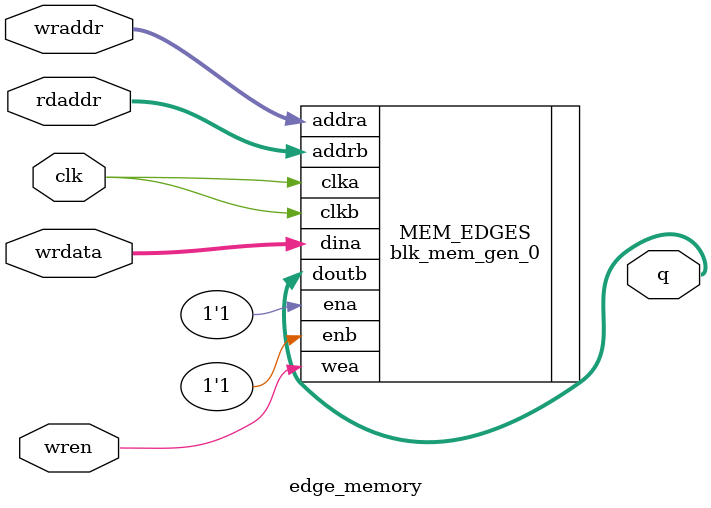
<source format=v>
module edge_memory #(
    parameter ADDR_W = 10,
    parameter DATA_W = 36
) (
    input wire clk,
    input wire [ADDR_W-1:0] rdaddr,
    input wire [ADDR_W-1:0] wraddr,
    input wire wren,
    input wire [DATA_W-1:0] wrdata,
    output wire [DATA_W-1:0] q
);
    
    blk_mem_gen_0 #(
        .ADDR_W(ADDR_W),
        .DATA_W(DATA_W)
    ) MEM_EDGES (
        .clka(clk),
        .ena(1'b1),
        .wea(wren),
        .addra(wraddr),
        .dina(wrdata),
        .clkb(clk), // wtf?
        .enb(1'b1),
        .addrb(rdaddr),
        .doutb(q)
    );

endmodule


</source>
